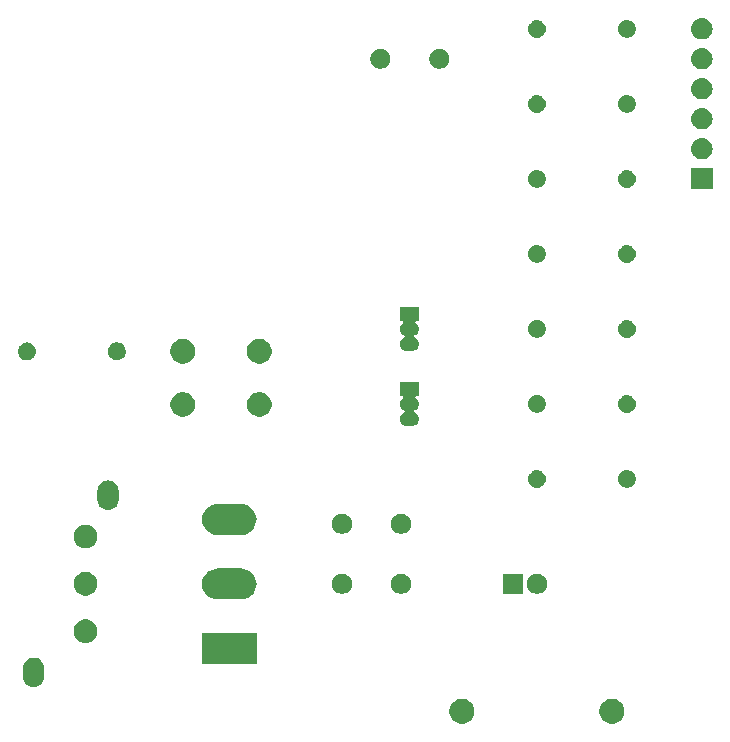
<source format=gbr>
G04 #@! TF.GenerationSoftware,KiCad,Pcbnew,(5.1.4-0-10_14)*
G04 #@! TF.CreationDate,2019-11-18T23:58:44+01:00*
G04 #@! TF.ProjectId,liberation,6c696265-7261-4746-996f-6e2e6b696361,rev?*
G04 #@! TF.SameCoordinates,Original*
G04 #@! TF.FileFunction,Soldermask,Bot*
G04 #@! TF.FilePolarity,Negative*
%FSLAX46Y46*%
G04 Gerber Fmt 4.6, Leading zero omitted, Abs format (unit mm)*
G04 Created by KiCad (PCBNEW (5.1.4-0-10_14)) date 2019-11-18 23:58:44*
%MOMM*%
%LPD*%
G04 APERTURE LIST*
%ADD10C,0.100000*%
G04 APERTURE END LIST*
D10*
G36*
X148896564Y-145674389D02*
G01*
X149087833Y-145753615D01*
X149087835Y-145753616D01*
X149259973Y-145868635D01*
X149406365Y-146015027D01*
X149521385Y-146187167D01*
X149600611Y-146378436D01*
X149641000Y-146581484D01*
X149641000Y-146788516D01*
X149600611Y-146991564D01*
X149521385Y-147182833D01*
X149521384Y-147182835D01*
X149406365Y-147354973D01*
X149259973Y-147501365D01*
X149087835Y-147616384D01*
X149087834Y-147616385D01*
X149087833Y-147616385D01*
X148896564Y-147695611D01*
X148693516Y-147736000D01*
X148486484Y-147736000D01*
X148283436Y-147695611D01*
X148092167Y-147616385D01*
X148092166Y-147616385D01*
X148092165Y-147616384D01*
X147920027Y-147501365D01*
X147773635Y-147354973D01*
X147658616Y-147182835D01*
X147658615Y-147182833D01*
X147579389Y-146991564D01*
X147539000Y-146788516D01*
X147539000Y-146581484D01*
X147579389Y-146378436D01*
X147658615Y-146187167D01*
X147773635Y-146015027D01*
X147920027Y-145868635D01*
X148092165Y-145753616D01*
X148092167Y-145753615D01*
X148283436Y-145674389D01*
X148486484Y-145634000D01*
X148693516Y-145634000D01*
X148896564Y-145674389D01*
X148896564Y-145674389D01*
G37*
G36*
X136196564Y-145674389D02*
G01*
X136387833Y-145753615D01*
X136387835Y-145753616D01*
X136559973Y-145868635D01*
X136706365Y-146015027D01*
X136821385Y-146187167D01*
X136900611Y-146378436D01*
X136941000Y-146581484D01*
X136941000Y-146788516D01*
X136900611Y-146991564D01*
X136821385Y-147182833D01*
X136821384Y-147182835D01*
X136706365Y-147354973D01*
X136559973Y-147501365D01*
X136387835Y-147616384D01*
X136387834Y-147616385D01*
X136387833Y-147616385D01*
X136196564Y-147695611D01*
X135993516Y-147736000D01*
X135786484Y-147736000D01*
X135583436Y-147695611D01*
X135392167Y-147616385D01*
X135392166Y-147616385D01*
X135392165Y-147616384D01*
X135220027Y-147501365D01*
X135073635Y-147354973D01*
X134958616Y-147182835D01*
X134958615Y-147182833D01*
X134879389Y-146991564D01*
X134839000Y-146788516D01*
X134839000Y-146581484D01*
X134879389Y-146378436D01*
X134958615Y-146187167D01*
X135073635Y-146015027D01*
X135220027Y-145868635D01*
X135392165Y-145753616D01*
X135392167Y-145753615D01*
X135583436Y-145674389D01*
X135786484Y-145634000D01*
X135993516Y-145634000D01*
X136196564Y-145674389D01*
X136196564Y-145674389D01*
G37*
G36*
X99801626Y-142152037D02*
G01*
X99971465Y-142203557D01*
X99971467Y-142203558D01*
X100127989Y-142287221D01*
X100265186Y-142399814D01*
X100348448Y-142501271D01*
X100377778Y-142537009D01*
X100461443Y-142693534D01*
X100512963Y-142863373D01*
X100526000Y-142995742D01*
X100526000Y-143784258D01*
X100512963Y-143916627D01*
X100461443Y-144086466D01*
X100377778Y-144242991D01*
X100348448Y-144278729D01*
X100265186Y-144380186D01*
X100163729Y-144463448D01*
X100127991Y-144492778D01*
X99971466Y-144576443D01*
X99801627Y-144627963D01*
X99625000Y-144645359D01*
X99448374Y-144627963D01*
X99278535Y-144576443D01*
X99122010Y-144492778D01*
X99086272Y-144463448D01*
X98984815Y-144380186D01*
X98901553Y-144278729D01*
X98872223Y-144242991D01*
X98788558Y-144086466D01*
X98737037Y-143916627D01*
X98724000Y-143784258D01*
X98724000Y-142995743D01*
X98737037Y-142863374D01*
X98788557Y-142693535D01*
X98872222Y-142537010D01*
X98872223Y-142537009D01*
X98984814Y-142399814D01*
X99086271Y-142316552D01*
X99122009Y-142287222D01*
X99278534Y-142203557D01*
X99448373Y-142152037D01*
X99625000Y-142134641D01*
X99801626Y-142152037D01*
X99801626Y-142152037D01*
G37*
G36*
X118506000Y-142641000D02*
G01*
X113904000Y-142641000D01*
X113904000Y-140039000D01*
X118506000Y-140039000D01*
X118506000Y-142641000D01*
X118506000Y-142641000D01*
G37*
G36*
X104220285Y-138908234D02*
G01*
X104316981Y-138927468D01*
X104499151Y-139002926D01*
X104663100Y-139112473D01*
X104802527Y-139251900D01*
X104912074Y-139415849D01*
X104987532Y-139598019D01*
X105026000Y-139791410D01*
X105026000Y-139988590D01*
X104987532Y-140181981D01*
X104912074Y-140364151D01*
X104802527Y-140528100D01*
X104663100Y-140667527D01*
X104499151Y-140777074D01*
X104316981Y-140852532D01*
X104220285Y-140871766D01*
X104123591Y-140891000D01*
X103926409Y-140891000D01*
X103829715Y-140871766D01*
X103733019Y-140852532D01*
X103550849Y-140777074D01*
X103386900Y-140667527D01*
X103247473Y-140528100D01*
X103137926Y-140364151D01*
X103062468Y-140181981D01*
X103024000Y-139988590D01*
X103024000Y-139791410D01*
X103062468Y-139598019D01*
X103137926Y-139415849D01*
X103247473Y-139251900D01*
X103386900Y-139112473D01*
X103550849Y-139002926D01*
X103733019Y-138927468D01*
X103829715Y-138908234D01*
X103926409Y-138889000D01*
X104123591Y-138889000D01*
X104220285Y-138908234D01*
X104220285Y-138908234D01*
G37*
G36*
X117364473Y-134598413D02*
G01*
X117460040Y-134607825D01*
X117705280Y-134682218D01*
X117931294Y-134803025D01*
X117982899Y-134845376D01*
X118129397Y-134965603D01*
X118249624Y-135112101D01*
X118291975Y-135163706D01*
X118412782Y-135389720D01*
X118487175Y-135634960D01*
X118512294Y-135890000D01*
X118487175Y-136145040D01*
X118412782Y-136390280D01*
X118291975Y-136616294D01*
X118249929Y-136667527D01*
X118129397Y-136814397D01*
X117982899Y-136934624D01*
X117931294Y-136976975D01*
X117705280Y-137097782D01*
X117460040Y-137172175D01*
X117364472Y-137181588D01*
X117268906Y-137191000D01*
X115141094Y-137191000D01*
X115045528Y-137181588D01*
X114949960Y-137172175D01*
X114704720Y-137097782D01*
X114478706Y-136976975D01*
X114427101Y-136934624D01*
X114280603Y-136814397D01*
X114160071Y-136667527D01*
X114118025Y-136616294D01*
X113997218Y-136390280D01*
X113922825Y-136145040D01*
X113897706Y-135890000D01*
X113922825Y-135634960D01*
X113997218Y-135389720D01*
X114118025Y-135163706D01*
X114160376Y-135112101D01*
X114280603Y-134965603D01*
X114427101Y-134845376D01*
X114478706Y-134803025D01*
X114704720Y-134682218D01*
X114949960Y-134607825D01*
X115045527Y-134598413D01*
X115141094Y-134589000D01*
X117268906Y-134589000D01*
X117364473Y-134598413D01*
X117364473Y-134598413D01*
G37*
G36*
X104220285Y-134908234D02*
G01*
X104316981Y-134927468D01*
X104499151Y-135002926D01*
X104663100Y-135112473D01*
X104802527Y-135251900D01*
X104912074Y-135415849D01*
X104987532Y-135598019D01*
X105026000Y-135791410D01*
X105026000Y-135988590D01*
X104987532Y-136181981D01*
X104912074Y-136364151D01*
X104802527Y-136528100D01*
X104663100Y-136667527D01*
X104499151Y-136777074D01*
X104316981Y-136852532D01*
X104220285Y-136871766D01*
X104123591Y-136891000D01*
X103926409Y-136891000D01*
X103829715Y-136871766D01*
X103733019Y-136852532D01*
X103550849Y-136777074D01*
X103386900Y-136667527D01*
X103247473Y-136528100D01*
X103137926Y-136364151D01*
X103062468Y-136181981D01*
X103024000Y-135988590D01*
X103024000Y-135791410D01*
X103062468Y-135598019D01*
X103137926Y-135415849D01*
X103247473Y-135251900D01*
X103386900Y-135112473D01*
X103550849Y-135002926D01*
X103733019Y-134927468D01*
X103829715Y-134908234D01*
X103926409Y-134889000D01*
X104123591Y-134889000D01*
X104220285Y-134908234D01*
X104220285Y-134908234D01*
G37*
G36*
X125978228Y-135071703D02*
G01*
X126133100Y-135135853D01*
X126272481Y-135228985D01*
X126391015Y-135347519D01*
X126484147Y-135486900D01*
X126548297Y-135641772D01*
X126581000Y-135806184D01*
X126581000Y-135973816D01*
X126548297Y-136138228D01*
X126484147Y-136293100D01*
X126391015Y-136432481D01*
X126272481Y-136551015D01*
X126133100Y-136644147D01*
X125978228Y-136708297D01*
X125813816Y-136741000D01*
X125646184Y-136741000D01*
X125481772Y-136708297D01*
X125326900Y-136644147D01*
X125187519Y-136551015D01*
X125068985Y-136432481D01*
X124975853Y-136293100D01*
X124911703Y-136138228D01*
X124879000Y-135973816D01*
X124879000Y-135806184D01*
X124911703Y-135641772D01*
X124975853Y-135486900D01*
X125068985Y-135347519D01*
X125187519Y-135228985D01*
X125326900Y-135135853D01*
X125481772Y-135071703D01*
X125646184Y-135039000D01*
X125813816Y-135039000D01*
X125978228Y-135071703D01*
X125978228Y-135071703D01*
G37*
G36*
X142488228Y-135071703D02*
G01*
X142643100Y-135135853D01*
X142782481Y-135228985D01*
X142901015Y-135347519D01*
X142994147Y-135486900D01*
X143058297Y-135641772D01*
X143091000Y-135806184D01*
X143091000Y-135973816D01*
X143058297Y-136138228D01*
X142994147Y-136293100D01*
X142901015Y-136432481D01*
X142782481Y-136551015D01*
X142643100Y-136644147D01*
X142488228Y-136708297D01*
X142323816Y-136741000D01*
X142156184Y-136741000D01*
X141991772Y-136708297D01*
X141836900Y-136644147D01*
X141697519Y-136551015D01*
X141578985Y-136432481D01*
X141485853Y-136293100D01*
X141421703Y-136138228D01*
X141389000Y-135973816D01*
X141389000Y-135806184D01*
X141421703Y-135641772D01*
X141485853Y-135486900D01*
X141578985Y-135347519D01*
X141697519Y-135228985D01*
X141836900Y-135135853D01*
X141991772Y-135071703D01*
X142156184Y-135039000D01*
X142323816Y-135039000D01*
X142488228Y-135071703D01*
X142488228Y-135071703D01*
G37*
G36*
X141091000Y-136741000D02*
G01*
X139389000Y-136741000D01*
X139389000Y-135039000D01*
X141091000Y-135039000D01*
X141091000Y-136741000D01*
X141091000Y-136741000D01*
G37*
G36*
X130978228Y-135071703D02*
G01*
X131133100Y-135135853D01*
X131272481Y-135228985D01*
X131391015Y-135347519D01*
X131484147Y-135486900D01*
X131548297Y-135641772D01*
X131581000Y-135806184D01*
X131581000Y-135973816D01*
X131548297Y-136138228D01*
X131484147Y-136293100D01*
X131391015Y-136432481D01*
X131272481Y-136551015D01*
X131133100Y-136644147D01*
X130978228Y-136708297D01*
X130813816Y-136741000D01*
X130646184Y-136741000D01*
X130481772Y-136708297D01*
X130326900Y-136644147D01*
X130187519Y-136551015D01*
X130068985Y-136432481D01*
X129975853Y-136293100D01*
X129911703Y-136138228D01*
X129879000Y-135973816D01*
X129879000Y-135806184D01*
X129911703Y-135641772D01*
X129975853Y-135486900D01*
X130068985Y-135347519D01*
X130187519Y-135228985D01*
X130326900Y-135135853D01*
X130481772Y-135071703D01*
X130646184Y-135039000D01*
X130813816Y-135039000D01*
X130978228Y-135071703D01*
X130978228Y-135071703D01*
G37*
G36*
X104147797Y-130893815D02*
G01*
X104316981Y-130927468D01*
X104499151Y-131002926D01*
X104663100Y-131112473D01*
X104802527Y-131251900D01*
X104912074Y-131415849D01*
X104987532Y-131598019D01*
X105026000Y-131791410D01*
X105026000Y-131988590D01*
X104987532Y-132181981D01*
X104912074Y-132364151D01*
X104802527Y-132528100D01*
X104663100Y-132667527D01*
X104499151Y-132777074D01*
X104316981Y-132852532D01*
X104123591Y-132891000D01*
X103926409Y-132891000D01*
X103733019Y-132852532D01*
X103550849Y-132777074D01*
X103386900Y-132667527D01*
X103247473Y-132528100D01*
X103137926Y-132364151D01*
X103062468Y-132181981D01*
X103024000Y-131988590D01*
X103024000Y-131791410D01*
X103062468Y-131598019D01*
X103137926Y-131415849D01*
X103247473Y-131251900D01*
X103386900Y-131112473D01*
X103550849Y-131002926D01*
X103733019Y-130927468D01*
X103902203Y-130893815D01*
X103926409Y-130889000D01*
X104123591Y-130889000D01*
X104147797Y-130893815D01*
X104147797Y-130893815D01*
G37*
G36*
X117364472Y-129148412D02*
G01*
X117460040Y-129157825D01*
X117705280Y-129232218D01*
X117931294Y-129353025D01*
X117982899Y-129395376D01*
X118129397Y-129515603D01*
X118235884Y-129645359D01*
X118291975Y-129713706D01*
X118412782Y-129939720D01*
X118487175Y-130184960D01*
X118512294Y-130440000D01*
X118487175Y-130695040D01*
X118412782Y-130940280D01*
X118291975Y-131166294D01*
X118253565Y-131213097D01*
X118129397Y-131364397D01*
X117999481Y-131471015D01*
X117931294Y-131526975D01*
X117705280Y-131647782D01*
X117460040Y-131722175D01*
X117364472Y-131731588D01*
X117268906Y-131741000D01*
X115141094Y-131741000D01*
X115045528Y-131731588D01*
X114949960Y-131722175D01*
X114704720Y-131647782D01*
X114478706Y-131526975D01*
X114410519Y-131471015D01*
X114280603Y-131364397D01*
X114156435Y-131213097D01*
X114118025Y-131166294D01*
X113997218Y-130940280D01*
X113922825Y-130695040D01*
X113897706Y-130440000D01*
X113922825Y-130184960D01*
X113997218Y-129939720D01*
X114118025Y-129713706D01*
X114174116Y-129645359D01*
X114280603Y-129515603D01*
X114427101Y-129395376D01*
X114478706Y-129353025D01*
X114704720Y-129232218D01*
X114949960Y-129157825D01*
X115045528Y-129148412D01*
X115141094Y-129139000D01*
X117268906Y-129139000D01*
X117364472Y-129148412D01*
X117364472Y-129148412D01*
G37*
G36*
X130978228Y-129991703D02*
G01*
X131133100Y-130055853D01*
X131272481Y-130148985D01*
X131391015Y-130267519D01*
X131484147Y-130406900D01*
X131548297Y-130561772D01*
X131581000Y-130726184D01*
X131581000Y-130893816D01*
X131548297Y-131058228D01*
X131484147Y-131213100D01*
X131391015Y-131352481D01*
X131272481Y-131471015D01*
X131133100Y-131564147D01*
X130978228Y-131628297D01*
X130813816Y-131661000D01*
X130646184Y-131661000D01*
X130481772Y-131628297D01*
X130326900Y-131564147D01*
X130187519Y-131471015D01*
X130068985Y-131352481D01*
X129975853Y-131213100D01*
X129911703Y-131058228D01*
X129879000Y-130893816D01*
X129879000Y-130726184D01*
X129911703Y-130561772D01*
X129975853Y-130406900D01*
X130068985Y-130267519D01*
X130187519Y-130148985D01*
X130326900Y-130055853D01*
X130481772Y-129991703D01*
X130646184Y-129959000D01*
X130813816Y-129959000D01*
X130978228Y-129991703D01*
X130978228Y-129991703D01*
G37*
G36*
X125978228Y-129991703D02*
G01*
X126133100Y-130055853D01*
X126272481Y-130148985D01*
X126391015Y-130267519D01*
X126484147Y-130406900D01*
X126548297Y-130561772D01*
X126581000Y-130726184D01*
X126581000Y-130893816D01*
X126548297Y-131058228D01*
X126484147Y-131213100D01*
X126391015Y-131352481D01*
X126272481Y-131471015D01*
X126133100Y-131564147D01*
X125978228Y-131628297D01*
X125813816Y-131661000D01*
X125646184Y-131661000D01*
X125481772Y-131628297D01*
X125326900Y-131564147D01*
X125187519Y-131471015D01*
X125068985Y-131352481D01*
X124975853Y-131213100D01*
X124911703Y-131058228D01*
X124879000Y-130893816D01*
X124879000Y-130726184D01*
X124911703Y-130561772D01*
X124975853Y-130406900D01*
X125068985Y-130267519D01*
X125187519Y-130148985D01*
X125326900Y-130055853D01*
X125481772Y-129991703D01*
X125646184Y-129959000D01*
X125813816Y-129959000D01*
X125978228Y-129991703D01*
X125978228Y-129991703D01*
G37*
G36*
X106101626Y-127152037D02*
G01*
X106271465Y-127203557D01*
X106271467Y-127203558D01*
X106427989Y-127287221D01*
X106565186Y-127399814D01*
X106648448Y-127501271D01*
X106677778Y-127537009D01*
X106761443Y-127693534D01*
X106812963Y-127863373D01*
X106826000Y-127995742D01*
X106826000Y-128784258D01*
X106812963Y-128916627D01*
X106761443Y-129086466D01*
X106677778Y-129242991D01*
X106648448Y-129278729D01*
X106565186Y-129380186D01*
X106463729Y-129463448D01*
X106427991Y-129492778D01*
X106271466Y-129576443D01*
X106101627Y-129627963D01*
X105925000Y-129645359D01*
X105748374Y-129627963D01*
X105578535Y-129576443D01*
X105422010Y-129492778D01*
X105386272Y-129463448D01*
X105284815Y-129380186D01*
X105201553Y-129278729D01*
X105172223Y-129242991D01*
X105088558Y-129086466D01*
X105037037Y-128916627D01*
X105024000Y-128784258D01*
X105024000Y-127995743D01*
X105037037Y-127863374D01*
X105088557Y-127693535D01*
X105088559Y-127693532D01*
X105172221Y-127537011D01*
X105284814Y-127399814D01*
X105386271Y-127316552D01*
X105422009Y-127287222D01*
X105578534Y-127203557D01*
X105748373Y-127152037D01*
X105925000Y-127134641D01*
X106101626Y-127152037D01*
X106101626Y-127152037D01*
G37*
G36*
X150079059Y-126277860D02*
G01*
X150139294Y-126302810D01*
X150215732Y-126334472D01*
X150338735Y-126416660D01*
X150443340Y-126521265D01*
X150525528Y-126644268D01*
X150525529Y-126644270D01*
X150582140Y-126780941D01*
X150611000Y-126926032D01*
X150611000Y-127073968D01*
X150596429Y-127147220D01*
X150582140Y-127219059D01*
X150525528Y-127355732D01*
X150443340Y-127478735D01*
X150338735Y-127583340D01*
X150215732Y-127665528D01*
X150215731Y-127665529D01*
X150215730Y-127665529D01*
X150079059Y-127722140D01*
X149933968Y-127751000D01*
X149786032Y-127751000D01*
X149640941Y-127722140D01*
X149504270Y-127665529D01*
X149504269Y-127665529D01*
X149504268Y-127665528D01*
X149381265Y-127583340D01*
X149276660Y-127478735D01*
X149194472Y-127355732D01*
X149137860Y-127219059D01*
X149123571Y-127147220D01*
X149109000Y-127073968D01*
X149109000Y-126926032D01*
X149137860Y-126780941D01*
X149194471Y-126644270D01*
X149194472Y-126644268D01*
X149276660Y-126521265D01*
X149381265Y-126416660D01*
X149504268Y-126334472D01*
X149580707Y-126302810D01*
X149640941Y-126277860D01*
X149786032Y-126249000D01*
X149933968Y-126249000D01*
X150079059Y-126277860D01*
X150079059Y-126277860D01*
G37*
G36*
X142313665Y-126252622D02*
G01*
X142387222Y-126259867D01*
X142528786Y-126302810D01*
X142659252Y-126372546D01*
X142689040Y-126396992D01*
X142773607Y-126466393D01*
X142843008Y-126550960D01*
X142867454Y-126580748D01*
X142937190Y-126711214D01*
X142980133Y-126852778D01*
X142994633Y-127000000D01*
X142980133Y-127147222D01*
X142937190Y-127288786D01*
X142867454Y-127419252D01*
X142843008Y-127449040D01*
X142773607Y-127533607D01*
X142713004Y-127583341D01*
X142659252Y-127627454D01*
X142528786Y-127697190D01*
X142387222Y-127740133D01*
X142313665Y-127747378D01*
X142276888Y-127751000D01*
X142203112Y-127751000D01*
X142166335Y-127747378D01*
X142092778Y-127740133D01*
X141951214Y-127697190D01*
X141820748Y-127627454D01*
X141766996Y-127583341D01*
X141706393Y-127533607D01*
X141636992Y-127449040D01*
X141612546Y-127419252D01*
X141542810Y-127288786D01*
X141499867Y-127147222D01*
X141485367Y-127000000D01*
X141499867Y-126852778D01*
X141542810Y-126711214D01*
X141612546Y-126580748D01*
X141636992Y-126550960D01*
X141706393Y-126466393D01*
X141790960Y-126396992D01*
X141820748Y-126372546D01*
X141951214Y-126302810D01*
X142092778Y-126259867D01*
X142166335Y-126252622D01*
X142203112Y-126249000D01*
X142276888Y-126249000D01*
X142313665Y-126252622D01*
X142313665Y-126252622D01*
G37*
G36*
X132246000Y-119956000D02*
G01*
X132081660Y-119956000D01*
X132057274Y-119958402D01*
X132033825Y-119965515D01*
X132012214Y-119977066D01*
X131993272Y-119992611D01*
X131977727Y-120011553D01*
X131966176Y-120033164D01*
X131959063Y-120056613D01*
X131956661Y-120080999D01*
X131959063Y-120105385D01*
X131966176Y-120128834D01*
X131977727Y-120150445D01*
X131993272Y-120169387D01*
X132002345Y-120177609D01*
X132079264Y-120240736D01*
X132151244Y-120328443D01*
X132168759Y-120361212D01*
X132204728Y-120428505D01*
X132204729Y-120428508D01*
X132237666Y-120537084D01*
X132248787Y-120650000D01*
X132237666Y-120762916D01*
X132205467Y-120869059D01*
X132204728Y-120871495D01*
X132185429Y-120907601D01*
X132151244Y-120971557D01*
X132079264Y-121059264D01*
X131991557Y-121131244D01*
X131910141Y-121174761D01*
X131889766Y-121188375D01*
X131872439Y-121205702D01*
X131858826Y-121226076D01*
X131849448Y-121248715D01*
X131844668Y-121272748D01*
X131844668Y-121297252D01*
X131849448Y-121321285D01*
X131858826Y-121343924D01*
X131872440Y-121364299D01*
X131889767Y-121381626D01*
X131910141Y-121395239D01*
X131991557Y-121438756D01*
X132079264Y-121510736D01*
X132151244Y-121598443D01*
X132171524Y-121636385D01*
X132204728Y-121698505D01*
X132204729Y-121698508D01*
X132237666Y-121807084D01*
X132248787Y-121920000D01*
X132237666Y-122032916D01*
X132204729Y-122141492D01*
X132204728Y-122141495D01*
X132185429Y-122177601D01*
X132151244Y-122241557D01*
X132079264Y-122329264D01*
X131991557Y-122401244D01*
X131927601Y-122435429D01*
X131891495Y-122454728D01*
X131891492Y-122454729D01*
X131782916Y-122487666D01*
X131698298Y-122496000D01*
X131191702Y-122496000D01*
X131107084Y-122487666D01*
X130998508Y-122454729D01*
X130998505Y-122454728D01*
X130962399Y-122435429D01*
X130898443Y-122401244D01*
X130810736Y-122329264D01*
X130738756Y-122241557D01*
X130704571Y-122177601D01*
X130685272Y-122141495D01*
X130685271Y-122141492D01*
X130652334Y-122032916D01*
X130641213Y-121920000D01*
X130652334Y-121807084D01*
X130685271Y-121698508D01*
X130685272Y-121698505D01*
X130718476Y-121636385D01*
X130738756Y-121598443D01*
X130810736Y-121510736D01*
X130898443Y-121438756D01*
X130979859Y-121395239D01*
X131000234Y-121381625D01*
X131017561Y-121364298D01*
X131031174Y-121343924D01*
X131040552Y-121321285D01*
X131045332Y-121297252D01*
X131045332Y-121272748D01*
X131040552Y-121248715D01*
X131031174Y-121226076D01*
X131017560Y-121205701D01*
X131000233Y-121188374D01*
X130979859Y-121174761D01*
X130898443Y-121131244D01*
X130810736Y-121059264D01*
X130738756Y-120971557D01*
X130704571Y-120907601D01*
X130685272Y-120871495D01*
X130684533Y-120869059D01*
X130652334Y-120762916D01*
X130641213Y-120650000D01*
X130652334Y-120537084D01*
X130685271Y-120428508D01*
X130685272Y-120428505D01*
X130721241Y-120361212D01*
X130738756Y-120328443D01*
X130810736Y-120240736D01*
X130887646Y-120177617D01*
X130904965Y-120160298D01*
X130918579Y-120139923D01*
X130927957Y-120117284D01*
X130932737Y-120093251D01*
X130932737Y-120068747D01*
X130927957Y-120044714D01*
X130918579Y-120022075D01*
X130904966Y-120001701D01*
X130887639Y-119984374D01*
X130867264Y-119970760D01*
X130844625Y-119961382D01*
X130820592Y-119956602D01*
X130808340Y-119956000D01*
X130644000Y-119956000D01*
X130644000Y-118804000D01*
X132246000Y-118804000D01*
X132246000Y-119956000D01*
X132246000Y-119956000D01*
G37*
G36*
X119051564Y-119694389D02*
G01*
X119242833Y-119773615D01*
X119242835Y-119773616D01*
X119414973Y-119888635D01*
X119561365Y-120035027D01*
X119652398Y-120171267D01*
X119676385Y-120207167D01*
X119755611Y-120398436D01*
X119796000Y-120601484D01*
X119796000Y-120808516D01*
X119755611Y-121011564D01*
X119676385Y-121202833D01*
X119676384Y-121202835D01*
X119561365Y-121374973D01*
X119414973Y-121521365D01*
X119242835Y-121636384D01*
X119242834Y-121636385D01*
X119242833Y-121636385D01*
X119051564Y-121715611D01*
X118848516Y-121756000D01*
X118641484Y-121756000D01*
X118438436Y-121715611D01*
X118247167Y-121636385D01*
X118247166Y-121636385D01*
X118247165Y-121636384D01*
X118075027Y-121521365D01*
X117928635Y-121374973D01*
X117813616Y-121202835D01*
X117813615Y-121202833D01*
X117734389Y-121011564D01*
X117694000Y-120808516D01*
X117694000Y-120601484D01*
X117734389Y-120398436D01*
X117813615Y-120207167D01*
X117837603Y-120171267D01*
X117928635Y-120035027D01*
X118075027Y-119888635D01*
X118247165Y-119773616D01*
X118247167Y-119773615D01*
X118438436Y-119694389D01*
X118641484Y-119654000D01*
X118848516Y-119654000D01*
X119051564Y-119694389D01*
X119051564Y-119694389D01*
G37*
G36*
X112551564Y-119694389D02*
G01*
X112742833Y-119773615D01*
X112742835Y-119773616D01*
X112914973Y-119888635D01*
X113061365Y-120035027D01*
X113152398Y-120171267D01*
X113176385Y-120207167D01*
X113255611Y-120398436D01*
X113296000Y-120601484D01*
X113296000Y-120808516D01*
X113255611Y-121011564D01*
X113176385Y-121202833D01*
X113176384Y-121202835D01*
X113061365Y-121374973D01*
X112914973Y-121521365D01*
X112742835Y-121636384D01*
X112742834Y-121636385D01*
X112742833Y-121636385D01*
X112551564Y-121715611D01*
X112348516Y-121756000D01*
X112141484Y-121756000D01*
X111938436Y-121715611D01*
X111747167Y-121636385D01*
X111747166Y-121636385D01*
X111747165Y-121636384D01*
X111575027Y-121521365D01*
X111428635Y-121374973D01*
X111313616Y-121202835D01*
X111313615Y-121202833D01*
X111234389Y-121011564D01*
X111194000Y-120808516D01*
X111194000Y-120601484D01*
X111234389Y-120398436D01*
X111313615Y-120207167D01*
X111337603Y-120171267D01*
X111428635Y-120035027D01*
X111575027Y-119888635D01*
X111747165Y-119773616D01*
X111747167Y-119773615D01*
X111938436Y-119694389D01*
X112141484Y-119654000D01*
X112348516Y-119654000D01*
X112551564Y-119694389D01*
X112551564Y-119694389D01*
G37*
G36*
X149933665Y-119902622D02*
G01*
X150007222Y-119909867D01*
X150148786Y-119952810D01*
X150148788Y-119952811D01*
X150207838Y-119984374D01*
X150279252Y-120022546D01*
X150292190Y-120033164D01*
X150393607Y-120116393D01*
X150463008Y-120200960D01*
X150487454Y-120230748D01*
X150487455Y-120230750D01*
X150539675Y-120328445D01*
X150557190Y-120361214D01*
X150600133Y-120502778D01*
X150614633Y-120650000D01*
X150600133Y-120797222D01*
X150557190Y-120938786D01*
X150557189Y-120938788D01*
X150539673Y-120971557D01*
X150487454Y-121069252D01*
X150463008Y-121099040D01*
X150393607Y-121183607D01*
X150333004Y-121233341D01*
X150279252Y-121277454D01*
X150148786Y-121347190D01*
X150007222Y-121390133D01*
X149933665Y-121397378D01*
X149896888Y-121401000D01*
X149823112Y-121401000D01*
X149786335Y-121397378D01*
X149712778Y-121390133D01*
X149571214Y-121347190D01*
X149440748Y-121277454D01*
X149386996Y-121233341D01*
X149326393Y-121183607D01*
X149256992Y-121099040D01*
X149232546Y-121069252D01*
X149180327Y-120971557D01*
X149162811Y-120938788D01*
X149162810Y-120938786D01*
X149119867Y-120797222D01*
X149105367Y-120650000D01*
X149119867Y-120502778D01*
X149162810Y-120361214D01*
X149180326Y-120328445D01*
X149232545Y-120230750D01*
X149232546Y-120230748D01*
X149256992Y-120200960D01*
X149326393Y-120116393D01*
X149427810Y-120033164D01*
X149440748Y-120022546D01*
X149512162Y-119984374D01*
X149571212Y-119952811D01*
X149571214Y-119952810D01*
X149712778Y-119909867D01*
X149786335Y-119902622D01*
X149823112Y-119899000D01*
X149896888Y-119899000D01*
X149933665Y-119902622D01*
X149933665Y-119902622D01*
G37*
G36*
X142459059Y-119927860D02*
G01*
X142595496Y-119984374D01*
X142595732Y-119984472D01*
X142718735Y-120066660D01*
X142823340Y-120171265D01*
X142905528Y-120294268D01*
X142962140Y-120430941D01*
X142991000Y-120576033D01*
X142991000Y-120723967D01*
X142962140Y-120869059D01*
X142905528Y-121005732D01*
X142823340Y-121128735D01*
X142718735Y-121233340D01*
X142595732Y-121315528D01*
X142595731Y-121315529D01*
X142595730Y-121315529D01*
X142459059Y-121372140D01*
X142313968Y-121401000D01*
X142166032Y-121401000D01*
X142020941Y-121372140D01*
X141884270Y-121315529D01*
X141884269Y-121315529D01*
X141884268Y-121315528D01*
X141761265Y-121233340D01*
X141656660Y-121128735D01*
X141574472Y-121005732D01*
X141517860Y-120869059D01*
X141489000Y-120723967D01*
X141489000Y-120576033D01*
X141517860Y-120430941D01*
X141574472Y-120294268D01*
X141656660Y-120171265D01*
X141761265Y-120066660D01*
X141884268Y-119984472D01*
X141884505Y-119984374D01*
X142020941Y-119927860D01*
X142166032Y-119899000D01*
X142313968Y-119899000D01*
X142459059Y-119927860D01*
X142459059Y-119927860D01*
G37*
G36*
X112551564Y-115194389D02*
G01*
X112742833Y-115273615D01*
X112742835Y-115273616D01*
X112914973Y-115388635D01*
X113061365Y-115535027D01*
X113152483Y-115671394D01*
X113176385Y-115707167D01*
X113255611Y-115898436D01*
X113296000Y-116101484D01*
X113296000Y-116308516D01*
X113255611Y-116511564D01*
X113176385Y-116702833D01*
X113176384Y-116702835D01*
X113061365Y-116874973D01*
X112914973Y-117021365D01*
X112742835Y-117136384D01*
X112742834Y-117136385D01*
X112742833Y-117136385D01*
X112551564Y-117215611D01*
X112348516Y-117256000D01*
X112141484Y-117256000D01*
X111938436Y-117215611D01*
X111747167Y-117136385D01*
X111747166Y-117136385D01*
X111747165Y-117136384D01*
X111575027Y-117021365D01*
X111428635Y-116874973D01*
X111313616Y-116702835D01*
X111313615Y-116702833D01*
X111234389Y-116511564D01*
X111194000Y-116308516D01*
X111194000Y-116101484D01*
X111234389Y-115898436D01*
X111313615Y-115707167D01*
X111337518Y-115671394D01*
X111428635Y-115535027D01*
X111575027Y-115388635D01*
X111747165Y-115273616D01*
X111747167Y-115273615D01*
X111938436Y-115194389D01*
X112141484Y-115154000D01*
X112348516Y-115154000D01*
X112551564Y-115194389D01*
X112551564Y-115194389D01*
G37*
G36*
X119051564Y-115194389D02*
G01*
X119242833Y-115273615D01*
X119242835Y-115273616D01*
X119414973Y-115388635D01*
X119561365Y-115535027D01*
X119652483Y-115671394D01*
X119676385Y-115707167D01*
X119755611Y-115898436D01*
X119796000Y-116101484D01*
X119796000Y-116308516D01*
X119755611Y-116511564D01*
X119676385Y-116702833D01*
X119676384Y-116702835D01*
X119561365Y-116874973D01*
X119414973Y-117021365D01*
X119242835Y-117136384D01*
X119242834Y-117136385D01*
X119242833Y-117136385D01*
X119051564Y-117215611D01*
X118848516Y-117256000D01*
X118641484Y-117256000D01*
X118438436Y-117215611D01*
X118247167Y-117136385D01*
X118247166Y-117136385D01*
X118247165Y-117136384D01*
X118075027Y-117021365D01*
X117928635Y-116874973D01*
X117813616Y-116702835D01*
X117813615Y-116702833D01*
X117734389Y-116511564D01*
X117694000Y-116308516D01*
X117694000Y-116101484D01*
X117734389Y-115898436D01*
X117813615Y-115707167D01*
X117837518Y-115671394D01*
X117928635Y-115535027D01*
X118075027Y-115388635D01*
X118247165Y-115273616D01*
X118247167Y-115273615D01*
X118438436Y-115194389D01*
X118641484Y-115154000D01*
X118848516Y-115154000D01*
X119051564Y-115194389D01*
X119051564Y-115194389D01*
G37*
G36*
X99128200Y-115457084D02*
G01*
X99207222Y-115464867D01*
X99348786Y-115507810D01*
X99479252Y-115577546D01*
X99509040Y-115601992D01*
X99593607Y-115671393D01*
X99663008Y-115755960D01*
X99687454Y-115785748D01*
X99687455Y-115785750D01*
X99744011Y-115891557D01*
X99757190Y-115916214D01*
X99800133Y-116057778D01*
X99814633Y-116205000D01*
X99800133Y-116352222D01*
X99757190Y-116493786D01*
X99687454Y-116624252D01*
X99663008Y-116654040D01*
X99593607Y-116738607D01*
X99533004Y-116788341D01*
X99479252Y-116832454D01*
X99348786Y-116902190D01*
X99207222Y-116945133D01*
X99133665Y-116952378D01*
X99096888Y-116956000D01*
X99023112Y-116956000D01*
X98986335Y-116952378D01*
X98912778Y-116945133D01*
X98771214Y-116902190D01*
X98640748Y-116832454D01*
X98586996Y-116788341D01*
X98526393Y-116738607D01*
X98456992Y-116654040D01*
X98432546Y-116624252D01*
X98362810Y-116493786D01*
X98319867Y-116352222D01*
X98305367Y-116205000D01*
X98319867Y-116057778D01*
X98362810Y-115916214D01*
X98375990Y-115891557D01*
X98432545Y-115785750D01*
X98432546Y-115785748D01*
X98456992Y-115755960D01*
X98526393Y-115671393D01*
X98610960Y-115601992D01*
X98640748Y-115577546D01*
X98771214Y-115507810D01*
X98912778Y-115464867D01*
X98991800Y-115457084D01*
X99023112Y-115454000D01*
X99096888Y-115454000D01*
X99128200Y-115457084D01*
X99128200Y-115457084D01*
G37*
G36*
X106899059Y-115482860D02*
G01*
X106959294Y-115507810D01*
X107035732Y-115539472D01*
X107158735Y-115621660D01*
X107263340Y-115726265D01*
X107306923Y-115791492D01*
X107345529Y-115849270D01*
X107402140Y-115985941D01*
X107431000Y-116131032D01*
X107431000Y-116278968D01*
X107416429Y-116352220D01*
X107402140Y-116424059D01*
X107345528Y-116560732D01*
X107263340Y-116683735D01*
X107158735Y-116788340D01*
X107035732Y-116870528D01*
X107035731Y-116870529D01*
X107035730Y-116870529D01*
X106899059Y-116927140D01*
X106753968Y-116956000D01*
X106606032Y-116956000D01*
X106460941Y-116927140D01*
X106324270Y-116870529D01*
X106324269Y-116870529D01*
X106324268Y-116870528D01*
X106201265Y-116788340D01*
X106096660Y-116683735D01*
X106014472Y-116560732D01*
X105957860Y-116424059D01*
X105943571Y-116352220D01*
X105929000Y-116278968D01*
X105929000Y-116131032D01*
X105957860Y-115985941D01*
X106014471Y-115849270D01*
X106053077Y-115791492D01*
X106096660Y-115726265D01*
X106201265Y-115621660D01*
X106324268Y-115539472D01*
X106400707Y-115507810D01*
X106460941Y-115482860D01*
X106606032Y-115454000D01*
X106753968Y-115454000D01*
X106899059Y-115482860D01*
X106899059Y-115482860D01*
G37*
G36*
X132246000Y-113606000D02*
G01*
X132081660Y-113606000D01*
X132057274Y-113608402D01*
X132033825Y-113615515D01*
X132012214Y-113627066D01*
X131993272Y-113642611D01*
X131977727Y-113661553D01*
X131966176Y-113683164D01*
X131959063Y-113706613D01*
X131956661Y-113730999D01*
X131959063Y-113755385D01*
X131966176Y-113778834D01*
X131977727Y-113800445D01*
X131993272Y-113819387D01*
X132002345Y-113827609D01*
X132079264Y-113890736D01*
X132151244Y-113978443D01*
X132168759Y-114011212D01*
X132204728Y-114078505D01*
X132204729Y-114078508D01*
X132237666Y-114187084D01*
X132248787Y-114300000D01*
X132237666Y-114412916D01*
X132205467Y-114519059D01*
X132204728Y-114521495D01*
X132185429Y-114557601D01*
X132151244Y-114621557D01*
X132079264Y-114709264D01*
X131991557Y-114781244D01*
X131910141Y-114824761D01*
X131889766Y-114838375D01*
X131872439Y-114855702D01*
X131858826Y-114876076D01*
X131849448Y-114898715D01*
X131844668Y-114922748D01*
X131844668Y-114947252D01*
X131849448Y-114971285D01*
X131858826Y-114993924D01*
X131872440Y-115014299D01*
X131889767Y-115031626D01*
X131910141Y-115045239D01*
X131991557Y-115088756D01*
X132079264Y-115160736D01*
X132151244Y-115248443D01*
X132185429Y-115312399D01*
X132204728Y-115348505D01*
X132204729Y-115348508D01*
X132237666Y-115457084D01*
X132248787Y-115570000D01*
X132237666Y-115682916D01*
X132206471Y-115785748D01*
X132204728Y-115791495D01*
X132185429Y-115827601D01*
X132151244Y-115891557D01*
X132079264Y-115979264D01*
X131991557Y-116051244D01*
X131927601Y-116085429D01*
X131891495Y-116104728D01*
X131891492Y-116104729D01*
X131782916Y-116137666D01*
X131698298Y-116146000D01*
X131191702Y-116146000D01*
X131107084Y-116137666D01*
X130998508Y-116104729D01*
X130998505Y-116104728D01*
X130962399Y-116085429D01*
X130898443Y-116051244D01*
X130810736Y-115979264D01*
X130738756Y-115891557D01*
X130704571Y-115827601D01*
X130685272Y-115791495D01*
X130683529Y-115785748D01*
X130652334Y-115682916D01*
X130641213Y-115570000D01*
X130652334Y-115457084D01*
X130685271Y-115348508D01*
X130685272Y-115348505D01*
X130704571Y-115312399D01*
X130738756Y-115248443D01*
X130810736Y-115160736D01*
X130898443Y-115088756D01*
X130979859Y-115045239D01*
X131000234Y-115031625D01*
X131017561Y-115014298D01*
X131031174Y-114993924D01*
X131040552Y-114971285D01*
X131045332Y-114947252D01*
X131045332Y-114922748D01*
X131040552Y-114898715D01*
X131031174Y-114876076D01*
X131017560Y-114855701D01*
X131000233Y-114838374D01*
X130979859Y-114824761D01*
X130898443Y-114781244D01*
X130810736Y-114709264D01*
X130738756Y-114621557D01*
X130704571Y-114557601D01*
X130685272Y-114521495D01*
X130684533Y-114519059D01*
X130652334Y-114412916D01*
X130641213Y-114300000D01*
X130652334Y-114187084D01*
X130685271Y-114078508D01*
X130685272Y-114078505D01*
X130721241Y-114011212D01*
X130738756Y-113978443D01*
X130810736Y-113890736D01*
X130887646Y-113827617D01*
X130904965Y-113810298D01*
X130918579Y-113789923D01*
X130927957Y-113767284D01*
X130932737Y-113743251D01*
X130932737Y-113718747D01*
X130927957Y-113694714D01*
X130918579Y-113672075D01*
X130904966Y-113651701D01*
X130887639Y-113634374D01*
X130867264Y-113620760D01*
X130844625Y-113611382D01*
X130820592Y-113606602D01*
X130808340Y-113606000D01*
X130644000Y-113606000D01*
X130644000Y-112454000D01*
X132246000Y-112454000D01*
X132246000Y-113606000D01*
X132246000Y-113606000D01*
G37*
G36*
X142459059Y-113577860D02*
G01*
X142595496Y-113634374D01*
X142595732Y-113634472D01*
X142718735Y-113716660D01*
X142823340Y-113821265D01*
X142905528Y-113944268D01*
X142962140Y-114080941D01*
X142991000Y-114226033D01*
X142991000Y-114373967D01*
X142962140Y-114519059D01*
X142905528Y-114655732D01*
X142823340Y-114778735D01*
X142718735Y-114883340D01*
X142595732Y-114965528D01*
X142595731Y-114965529D01*
X142595730Y-114965529D01*
X142459059Y-115022140D01*
X142313968Y-115051000D01*
X142166032Y-115051000D01*
X142020941Y-115022140D01*
X141884270Y-114965529D01*
X141884269Y-114965529D01*
X141884268Y-114965528D01*
X141761265Y-114883340D01*
X141656660Y-114778735D01*
X141574472Y-114655732D01*
X141517860Y-114519059D01*
X141489000Y-114373967D01*
X141489000Y-114226033D01*
X141517860Y-114080941D01*
X141574472Y-113944268D01*
X141656660Y-113821265D01*
X141761265Y-113716660D01*
X141884268Y-113634472D01*
X141884505Y-113634374D01*
X142020941Y-113577860D01*
X142166032Y-113549000D01*
X142313968Y-113549000D01*
X142459059Y-113577860D01*
X142459059Y-113577860D01*
G37*
G36*
X149933665Y-113552622D02*
G01*
X150007222Y-113559867D01*
X150148786Y-113602810D01*
X150148788Y-113602811D01*
X150207838Y-113634374D01*
X150279252Y-113672546D01*
X150292190Y-113683164D01*
X150393607Y-113766393D01*
X150463008Y-113850960D01*
X150487454Y-113880748D01*
X150487455Y-113880750D01*
X150539675Y-113978445D01*
X150557190Y-114011214D01*
X150600133Y-114152778D01*
X150614633Y-114300000D01*
X150600133Y-114447222D01*
X150557190Y-114588786D01*
X150557189Y-114588788D01*
X150539673Y-114621557D01*
X150487454Y-114719252D01*
X150463008Y-114749040D01*
X150393607Y-114833607D01*
X150333004Y-114883341D01*
X150279252Y-114927454D01*
X150148786Y-114997190D01*
X150007222Y-115040133D01*
X149933665Y-115047378D01*
X149896888Y-115051000D01*
X149823112Y-115051000D01*
X149786335Y-115047378D01*
X149712778Y-115040133D01*
X149571214Y-114997190D01*
X149440748Y-114927454D01*
X149386996Y-114883341D01*
X149326393Y-114833607D01*
X149256992Y-114749040D01*
X149232546Y-114719252D01*
X149180327Y-114621557D01*
X149162811Y-114588788D01*
X149162810Y-114588786D01*
X149119867Y-114447222D01*
X149105367Y-114300000D01*
X149119867Y-114152778D01*
X149162810Y-114011214D01*
X149180326Y-113978445D01*
X149232545Y-113880750D01*
X149232546Y-113880748D01*
X149256992Y-113850960D01*
X149326393Y-113766393D01*
X149427810Y-113683164D01*
X149440748Y-113672546D01*
X149512162Y-113634374D01*
X149571212Y-113602811D01*
X149571214Y-113602810D01*
X149712778Y-113559867D01*
X149786335Y-113552622D01*
X149823112Y-113549000D01*
X149896888Y-113549000D01*
X149933665Y-113552622D01*
X149933665Y-113552622D01*
G37*
G36*
X142459059Y-107227860D02*
G01*
X142519294Y-107252810D01*
X142595732Y-107284472D01*
X142718735Y-107366660D01*
X142823340Y-107471265D01*
X142905528Y-107594268D01*
X142962140Y-107730941D01*
X142991000Y-107876033D01*
X142991000Y-108023967D01*
X142962140Y-108169059D01*
X142905528Y-108305732D01*
X142823340Y-108428735D01*
X142718735Y-108533340D01*
X142595732Y-108615528D01*
X142595731Y-108615529D01*
X142595730Y-108615529D01*
X142459059Y-108672140D01*
X142313968Y-108701000D01*
X142166032Y-108701000D01*
X142020941Y-108672140D01*
X141884270Y-108615529D01*
X141884269Y-108615529D01*
X141884268Y-108615528D01*
X141761265Y-108533340D01*
X141656660Y-108428735D01*
X141574472Y-108305732D01*
X141517860Y-108169059D01*
X141489000Y-108023967D01*
X141489000Y-107876033D01*
X141517860Y-107730941D01*
X141574472Y-107594268D01*
X141656660Y-107471265D01*
X141761265Y-107366660D01*
X141884268Y-107284472D01*
X141960707Y-107252810D01*
X142020941Y-107227860D01*
X142166032Y-107199000D01*
X142313968Y-107199000D01*
X142459059Y-107227860D01*
X142459059Y-107227860D01*
G37*
G36*
X149933665Y-107202622D02*
G01*
X150007222Y-107209867D01*
X150148786Y-107252810D01*
X150279252Y-107322546D01*
X150309040Y-107346992D01*
X150393607Y-107416393D01*
X150463008Y-107500960D01*
X150487454Y-107530748D01*
X150557190Y-107661214D01*
X150600133Y-107802778D01*
X150614633Y-107950000D01*
X150600133Y-108097222D01*
X150557190Y-108238786D01*
X150487454Y-108369252D01*
X150463008Y-108399040D01*
X150393607Y-108483607D01*
X150333004Y-108533341D01*
X150279252Y-108577454D01*
X150148786Y-108647190D01*
X150007222Y-108690133D01*
X149933665Y-108697378D01*
X149896888Y-108701000D01*
X149823112Y-108701000D01*
X149786335Y-108697378D01*
X149712778Y-108690133D01*
X149571214Y-108647190D01*
X149440748Y-108577454D01*
X149386996Y-108533341D01*
X149326393Y-108483607D01*
X149256992Y-108399040D01*
X149232546Y-108369252D01*
X149162810Y-108238786D01*
X149119867Y-108097222D01*
X149105367Y-107950000D01*
X149119867Y-107802778D01*
X149162810Y-107661214D01*
X149232546Y-107530748D01*
X149256992Y-107500960D01*
X149326393Y-107416393D01*
X149410960Y-107346992D01*
X149440748Y-107322546D01*
X149571214Y-107252810D01*
X149712778Y-107209867D01*
X149786335Y-107202622D01*
X149823112Y-107199000D01*
X149896888Y-107199000D01*
X149933665Y-107202622D01*
X149933665Y-107202622D01*
G37*
G36*
X157111000Y-102501000D02*
G01*
X155309000Y-102501000D01*
X155309000Y-100699000D01*
X157111000Y-100699000D01*
X157111000Y-102501000D01*
X157111000Y-102501000D01*
G37*
G36*
X149933665Y-100852622D02*
G01*
X150007222Y-100859867D01*
X150148786Y-100902810D01*
X150279252Y-100972546D01*
X150309040Y-100996992D01*
X150393607Y-101066393D01*
X150463008Y-101150960D01*
X150487454Y-101180748D01*
X150557190Y-101311214D01*
X150600133Y-101452778D01*
X150614633Y-101600000D01*
X150600133Y-101747222D01*
X150557190Y-101888786D01*
X150487454Y-102019252D01*
X150463008Y-102049040D01*
X150393607Y-102133607D01*
X150333004Y-102183341D01*
X150279252Y-102227454D01*
X150148786Y-102297190D01*
X150007222Y-102340133D01*
X149933665Y-102347378D01*
X149896888Y-102351000D01*
X149823112Y-102351000D01*
X149786335Y-102347378D01*
X149712778Y-102340133D01*
X149571214Y-102297190D01*
X149440748Y-102227454D01*
X149386996Y-102183341D01*
X149326393Y-102133607D01*
X149256992Y-102049040D01*
X149232546Y-102019252D01*
X149162810Y-101888786D01*
X149119867Y-101747222D01*
X149105367Y-101600000D01*
X149119867Y-101452778D01*
X149162810Y-101311214D01*
X149232546Y-101180748D01*
X149256992Y-101150960D01*
X149326393Y-101066393D01*
X149410960Y-100996992D01*
X149440748Y-100972546D01*
X149571214Y-100902810D01*
X149712778Y-100859867D01*
X149786335Y-100852622D01*
X149823112Y-100849000D01*
X149896888Y-100849000D01*
X149933665Y-100852622D01*
X149933665Y-100852622D01*
G37*
G36*
X142459059Y-100877860D02*
G01*
X142519294Y-100902810D01*
X142595732Y-100934472D01*
X142718735Y-101016660D01*
X142823340Y-101121265D01*
X142905528Y-101244268D01*
X142962140Y-101380941D01*
X142991000Y-101526033D01*
X142991000Y-101673967D01*
X142962140Y-101819059D01*
X142905528Y-101955732D01*
X142823340Y-102078735D01*
X142718735Y-102183340D01*
X142595732Y-102265528D01*
X142595731Y-102265529D01*
X142595730Y-102265529D01*
X142459059Y-102322140D01*
X142313968Y-102351000D01*
X142166032Y-102351000D01*
X142020941Y-102322140D01*
X141884270Y-102265529D01*
X141884269Y-102265529D01*
X141884268Y-102265528D01*
X141761265Y-102183340D01*
X141656660Y-102078735D01*
X141574472Y-101955732D01*
X141517860Y-101819059D01*
X141489000Y-101673967D01*
X141489000Y-101526033D01*
X141517860Y-101380941D01*
X141574472Y-101244268D01*
X141656660Y-101121265D01*
X141761265Y-101016660D01*
X141884268Y-100934472D01*
X141960707Y-100902810D01*
X142020941Y-100877860D01*
X142166032Y-100849000D01*
X142313968Y-100849000D01*
X142459059Y-100877860D01*
X142459059Y-100877860D01*
G37*
G36*
X156320443Y-98165519D02*
G01*
X156386627Y-98172037D01*
X156556466Y-98223557D01*
X156712991Y-98307222D01*
X156748729Y-98336552D01*
X156850186Y-98419814D01*
X156933448Y-98521271D01*
X156962778Y-98557009D01*
X157046443Y-98713534D01*
X157097963Y-98883373D01*
X157115359Y-99060000D01*
X157097963Y-99236627D01*
X157046443Y-99406466D01*
X156962778Y-99562991D01*
X156933448Y-99598729D01*
X156850186Y-99700186D01*
X156748729Y-99783448D01*
X156712991Y-99812778D01*
X156556466Y-99896443D01*
X156386627Y-99947963D01*
X156320443Y-99954481D01*
X156254260Y-99961000D01*
X156165740Y-99961000D01*
X156099557Y-99954481D01*
X156033373Y-99947963D01*
X155863534Y-99896443D01*
X155707009Y-99812778D01*
X155671271Y-99783448D01*
X155569814Y-99700186D01*
X155486552Y-99598729D01*
X155457222Y-99562991D01*
X155373557Y-99406466D01*
X155322037Y-99236627D01*
X155304641Y-99060000D01*
X155322037Y-98883373D01*
X155373557Y-98713534D01*
X155457222Y-98557009D01*
X155486552Y-98521271D01*
X155569814Y-98419814D01*
X155671271Y-98336552D01*
X155707009Y-98307222D01*
X155863534Y-98223557D01*
X156033373Y-98172037D01*
X156099557Y-98165519D01*
X156165740Y-98159000D01*
X156254260Y-98159000D01*
X156320443Y-98165519D01*
X156320443Y-98165519D01*
G37*
G36*
X156320442Y-95625518D02*
G01*
X156386627Y-95632037D01*
X156556466Y-95683557D01*
X156712991Y-95767222D01*
X156732956Y-95783607D01*
X156850186Y-95879814D01*
X156905478Y-95947189D01*
X156962778Y-96017009D01*
X157046443Y-96173534D01*
X157097963Y-96343373D01*
X157115359Y-96520000D01*
X157097963Y-96696627D01*
X157046443Y-96866466D01*
X156962778Y-97022991D01*
X156933448Y-97058729D01*
X156850186Y-97160186D01*
X156748729Y-97243448D01*
X156712991Y-97272778D01*
X156556466Y-97356443D01*
X156386627Y-97407963D01*
X156320442Y-97414482D01*
X156254260Y-97421000D01*
X156165740Y-97421000D01*
X156099558Y-97414482D01*
X156033373Y-97407963D01*
X155863534Y-97356443D01*
X155707009Y-97272778D01*
X155671271Y-97243448D01*
X155569814Y-97160186D01*
X155486552Y-97058729D01*
X155457222Y-97022991D01*
X155373557Y-96866466D01*
X155322037Y-96696627D01*
X155304641Y-96520000D01*
X155322037Y-96343373D01*
X155373557Y-96173534D01*
X155457222Y-96017009D01*
X155514522Y-95947189D01*
X155569814Y-95879814D01*
X155687044Y-95783607D01*
X155707009Y-95767222D01*
X155863534Y-95683557D01*
X156033373Y-95632037D01*
X156099558Y-95625518D01*
X156165740Y-95619000D01*
X156254260Y-95619000D01*
X156320442Y-95625518D01*
X156320442Y-95625518D01*
G37*
G36*
X150079059Y-94527860D02*
G01*
X150139294Y-94552810D01*
X150215732Y-94584472D01*
X150338735Y-94666660D01*
X150443340Y-94771265D01*
X150525528Y-94894268D01*
X150582140Y-95030941D01*
X150611000Y-95176033D01*
X150611000Y-95323967D01*
X150582140Y-95469059D01*
X150525528Y-95605732D01*
X150443340Y-95728735D01*
X150338735Y-95833340D01*
X150215732Y-95915528D01*
X150215731Y-95915529D01*
X150215730Y-95915529D01*
X150079059Y-95972140D01*
X149933968Y-96001000D01*
X149786032Y-96001000D01*
X149640941Y-95972140D01*
X149504270Y-95915529D01*
X149504269Y-95915529D01*
X149504268Y-95915528D01*
X149381265Y-95833340D01*
X149276660Y-95728735D01*
X149194472Y-95605732D01*
X149137860Y-95469059D01*
X149109000Y-95323967D01*
X149109000Y-95176033D01*
X149137860Y-95030941D01*
X149194472Y-94894268D01*
X149276660Y-94771265D01*
X149381265Y-94666660D01*
X149504268Y-94584472D01*
X149580707Y-94552810D01*
X149640941Y-94527860D01*
X149786032Y-94499000D01*
X149933968Y-94499000D01*
X150079059Y-94527860D01*
X150079059Y-94527860D01*
G37*
G36*
X142313665Y-94502622D02*
G01*
X142387222Y-94509867D01*
X142528786Y-94552810D01*
X142659252Y-94622546D01*
X142689040Y-94646992D01*
X142773607Y-94716393D01*
X142843008Y-94800960D01*
X142867454Y-94830748D01*
X142937190Y-94961214D01*
X142980133Y-95102778D01*
X142994633Y-95250000D01*
X142980133Y-95397222D01*
X142937190Y-95538786D01*
X142867454Y-95669252D01*
X142855714Y-95683557D01*
X142773607Y-95783607D01*
X142713004Y-95833341D01*
X142659252Y-95877454D01*
X142528786Y-95947190D01*
X142387222Y-95990133D01*
X142313665Y-95997378D01*
X142276888Y-96001000D01*
X142203112Y-96001000D01*
X142166335Y-95997378D01*
X142092778Y-95990133D01*
X141951214Y-95947190D01*
X141820748Y-95877454D01*
X141766996Y-95833341D01*
X141706393Y-95783607D01*
X141624286Y-95683557D01*
X141612546Y-95669252D01*
X141542810Y-95538786D01*
X141499867Y-95397222D01*
X141485367Y-95250000D01*
X141499867Y-95102778D01*
X141542810Y-94961214D01*
X141612546Y-94830748D01*
X141636992Y-94800960D01*
X141706393Y-94716393D01*
X141790960Y-94646992D01*
X141820748Y-94622546D01*
X141951214Y-94552810D01*
X142092778Y-94509867D01*
X142166335Y-94502622D01*
X142203112Y-94499000D01*
X142276888Y-94499000D01*
X142313665Y-94502622D01*
X142313665Y-94502622D01*
G37*
G36*
X156320443Y-93085519D02*
G01*
X156386627Y-93092037D01*
X156556466Y-93143557D01*
X156712991Y-93227222D01*
X156748729Y-93256552D01*
X156850186Y-93339814D01*
X156933448Y-93441271D01*
X156962778Y-93477009D01*
X157046443Y-93633534D01*
X157097963Y-93803373D01*
X157115359Y-93980000D01*
X157097963Y-94156627D01*
X157046443Y-94326466D01*
X156962778Y-94482991D01*
X156940721Y-94509867D01*
X156850186Y-94620186D01*
X156748729Y-94703448D01*
X156712991Y-94732778D01*
X156556466Y-94816443D01*
X156386627Y-94867963D01*
X156320443Y-94874481D01*
X156254260Y-94881000D01*
X156165740Y-94881000D01*
X156099557Y-94874481D01*
X156033373Y-94867963D01*
X155863534Y-94816443D01*
X155707009Y-94732778D01*
X155671271Y-94703448D01*
X155569814Y-94620186D01*
X155479279Y-94509867D01*
X155457222Y-94482991D01*
X155373557Y-94326466D01*
X155322037Y-94156627D01*
X155304641Y-93980000D01*
X155322037Y-93803373D01*
X155373557Y-93633534D01*
X155457222Y-93477009D01*
X155486552Y-93441271D01*
X155569814Y-93339814D01*
X155671271Y-93256552D01*
X155707009Y-93227222D01*
X155863534Y-93143557D01*
X156033373Y-93092037D01*
X156099557Y-93085519D01*
X156165740Y-93079000D01*
X156254260Y-93079000D01*
X156320443Y-93085519D01*
X156320443Y-93085519D01*
G37*
G36*
X156320443Y-90545519D02*
G01*
X156386627Y-90552037D01*
X156556466Y-90603557D01*
X156712991Y-90687222D01*
X156748729Y-90716552D01*
X156850186Y-90799814D01*
X156930369Y-90897519D01*
X156962778Y-90937009D01*
X157046443Y-91093534D01*
X157097963Y-91263373D01*
X157115359Y-91440000D01*
X157097963Y-91616627D01*
X157046443Y-91786466D01*
X156962778Y-91942991D01*
X156933448Y-91978729D01*
X156850186Y-92080186D01*
X156748729Y-92163448D01*
X156712991Y-92192778D01*
X156556466Y-92276443D01*
X156386627Y-92327963D01*
X156320443Y-92334481D01*
X156254260Y-92341000D01*
X156165740Y-92341000D01*
X156099557Y-92334481D01*
X156033373Y-92327963D01*
X155863534Y-92276443D01*
X155707009Y-92192778D01*
X155671271Y-92163448D01*
X155569814Y-92080186D01*
X155486552Y-91978729D01*
X155457222Y-91942991D01*
X155373557Y-91786466D01*
X155322037Y-91616627D01*
X155304641Y-91440000D01*
X155322037Y-91263373D01*
X155373557Y-91093534D01*
X155457222Y-90937009D01*
X155489631Y-90897519D01*
X155569814Y-90799814D01*
X155671271Y-90716552D01*
X155707009Y-90687222D01*
X155863534Y-90603557D01*
X156033373Y-90552037D01*
X156099558Y-90545518D01*
X156165740Y-90539000D01*
X156254260Y-90539000D01*
X156320443Y-90545519D01*
X156320443Y-90545519D01*
G37*
G36*
X129233228Y-90621703D02*
G01*
X129388100Y-90685853D01*
X129527481Y-90778985D01*
X129646015Y-90897519D01*
X129739147Y-91036900D01*
X129803297Y-91191772D01*
X129836000Y-91356184D01*
X129836000Y-91523816D01*
X129803297Y-91688228D01*
X129739147Y-91843100D01*
X129646015Y-91982481D01*
X129527481Y-92101015D01*
X129388100Y-92194147D01*
X129233228Y-92258297D01*
X129068816Y-92291000D01*
X128901184Y-92291000D01*
X128736772Y-92258297D01*
X128581900Y-92194147D01*
X128442519Y-92101015D01*
X128323985Y-91982481D01*
X128230853Y-91843100D01*
X128166703Y-91688228D01*
X128134000Y-91523816D01*
X128134000Y-91356184D01*
X128166703Y-91191772D01*
X128230853Y-91036900D01*
X128323985Y-90897519D01*
X128442519Y-90778985D01*
X128581900Y-90685853D01*
X128736772Y-90621703D01*
X128901184Y-90589000D01*
X129068816Y-90589000D01*
X129233228Y-90621703D01*
X129233228Y-90621703D01*
G37*
G36*
X134233228Y-90621703D02*
G01*
X134388100Y-90685853D01*
X134527481Y-90778985D01*
X134646015Y-90897519D01*
X134739147Y-91036900D01*
X134803297Y-91191772D01*
X134836000Y-91356184D01*
X134836000Y-91523816D01*
X134803297Y-91688228D01*
X134739147Y-91843100D01*
X134646015Y-91982481D01*
X134527481Y-92101015D01*
X134388100Y-92194147D01*
X134233228Y-92258297D01*
X134068816Y-92291000D01*
X133901184Y-92291000D01*
X133736772Y-92258297D01*
X133581900Y-92194147D01*
X133442519Y-92101015D01*
X133323985Y-91982481D01*
X133230853Y-91843100D01*
X133166703Y-91688228D01*
X133134000Y-91523816D01*
X133134000Y-91356184D01*
X133166703Y-91191772D01*
X133230853Y-91036900D01*
X133323985Y-90897519D01*
X133442519Y-90778985D01*
X133581900Y-90685853D01*
X133736772Y-90621703D01*
X133901184Y-90589000D01*
X134068816Y-90589000D01*
X134233228Y-90621703D01*
X134233228Y-90621703D01*
G37*
G36*
X156320443Y-88005519D02*
G01*
X156386627Y-88012037D01*
X156556466Y-88063557D01*
X156712991Y-88147222D01*
X156748729Y-88176552D01*
X156850186Y-88259814D01*
X156933448Y-88361271D01*
X156962778Y-88397009D01*
X157046443Y-88553534D01*
X157097963Y-88723373D01*
X157115359Y-88900000D01*
X157097963Y-89076627D01*
X157046443Y-89246466D01*
X156962778Y-89402991D01*
X156937653Y-89433606D01*
X156850186Y-89540186D01*
X156780725Y-89597190D01*
X156712991Y-89652778D01*
X156556466Y-89736443D01*
X156386627Y-89787963D01*
X156320443Y-89794481D01*
X156254260Y-89801000D01*
X156165740Y-89801000D01*
X156099557Y-89794481D01*
X156033373Y-89787963D01*
X155863534Y-89736443D01*
X155707009Y-89652778D01*
X155639275Y-89597190D01*
X155569814Y-89540186D01*
X155482347Y-89433606D01*
X155457222Y-89402991D01*
X155373557Y-89246466D01*
X155322037Y-89076627D01*
X155304641Y-88900000D01*
X155322037Y-88723373D01*
X155373557Y-88553534D01*
X155457222Y-88397009D01*
X155486552Y-88361271D01*
X155569814Y-88259814D01*
X155671271Y-88176552D01*
X155707009Y-88147222D01*
X155863534Y-88063557D01*
X156033373Y-88012037D01*
X156099557Y-88005519D01*
X156165740Y-87999000D01*
X156254260Y-87999000D01*
X156320443Y-88005519D01*
X156320443Y-88005519D01*
G37*
G36*
X142313665Y-88152622D02*
G01*
X142387222Y-88159867D01*
X142528786Y-88202810D01*
X142659252Y-88272546D01*
X142689040Y-88296992D01*
X142773607Y-88366393D01*
X142843008Y-88450960D01*
X142867454Y-88480748D01*
X142937190Y-88611214D01*
X142980133Y-88752778D01*
X142994633Y-88900000D01*
X142980133Y-89047222D01*
X142937190Y-89188786D01*
X142867454Y-89319252D01*
X142843008Y-89349040D01*
X142773607Y-89433607D01*
X142713004Y-89483341D01*
X142659252Y-89527454D01*
X142528786Y-89597190D01*
X142387222Y-89640133D01*
X142313665Y-89647378D01*
X142276888Y-89651000D01*
X142203112Y-89651000D01*
X142166335Y-89647378D01*
X142092778Y-89640133D01*
X141951214Y-89597190D01*
X141820748Y-89527454D01*
X141766996Y-89483341D01*
X141706393Y-89433607D01*
X141636992Y-89349040D01*
X141612546Y-89319252D01*
X141542810Y-89188786D01*
X141499867Y-89047222D01*
X141485367Y-88900000D01*
X141499867Y-88752778D01*
X141542810Y-88611214D01*
X141612546Y-88480748D01*
X141636992Y-88450960D01*
X141706393Y-88366393D01*
X141790960Y-88296992D01*
X141820748Y-88272546D01*
X141951214Y-88202810D01*
X142092778Y-88159867D01*
X142166335Y-88152622D01*
X142203112Y-88149000D01*
X142276888Y-88149000D01*
X142313665Y-88152622D01*
X142313665Y-88152622D01*
G37*
G36*
X150079059Y-88177860D02*
G01*
X150139294Y-88202810D01*
X150215732Y-88234472D01*
X150338735Y-88316660D01*
X150443340Y-88421265D01*
X150525528Y-88544268D01*
X150525529Y-88544270D01*
X150582140Y-88680941D01*
X150611000Y-88826032D01*
X150611000Y-88973968D01*
X150590580Y-89076627D01*
X150582140Y-89119059D01*
X150525528Y-89255732D01*
X150443340Y-89378735D01*
X150338735Y-89483340D01*
X150215732Y-89565528D01*
X150215731Y-89565529D01*
X150215730Y-89565529D01*
X150079059Y-89622140D01*
X149933968Y-89651000D01*
X149786032Y-89651000D01*
X149640941Y-89622140D01*
X149504270Y-89565529D01*
X149504269Y-89565529D01*
X149504268Y-89565528D01*
X149381265Y-89483340D01*
X149276660Y-89378735D01*
X149194472Y-89255732D01*
X149137860Y-89119059D01*
X149129420Y-89076627D01*
X149109000Y-88973968D01*
X149109000Y-88826032D01*
X149137860Y-88680941D01*
X149194471Y-88544270D01*
X149194472Y-88544268D01*
X149276660Y-88421265D01*
X149381265Y-88316660D01*
X149504268Y-88234472D01*
X149580707Y-88202810D01*
X149640941Y-88177860D01*
X149786032Y-88149000D01*
X149933968Y-88149000D01*
X150079059Y-88177860D01*
X150079059Y-88177860D01*
G37*
M02*

</source>
